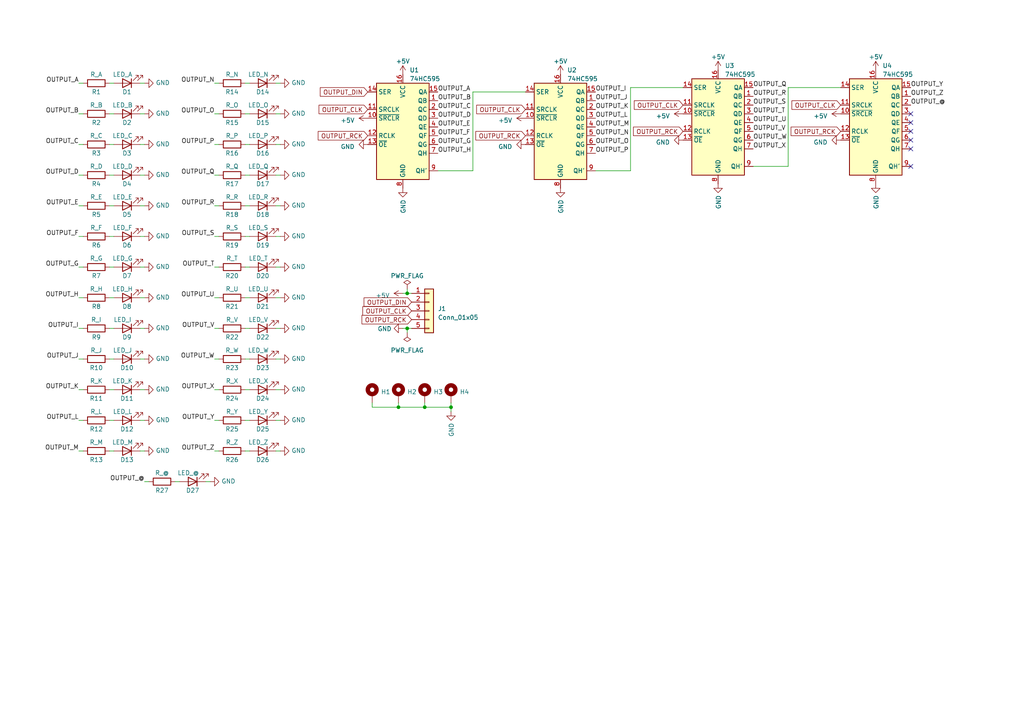
<source format=kicad_sch>
(kicad_sch (version 20220914) (generator eeschema)
  (paper "A4")
  (title_block (title "Enigma LED Panel") (company "Atelier Lyon"))
  (lib_symbols
    (symbol "74xx:74HC595"
      (property "Reference" "U" (at -7.62 13.97 0))
      (property "Value" "74HC595" (at -7.62 -16.51 0))
      (symbol "74HC595_1_0"
        (pin tri_state line (at 10.16 7.62 180) (length 2.54) (name "QB") (number "1"))
        (pin input line (at -10.16 2.54 0) (length 2.54) (name "~{SRCLR}") (number "10"))
        (pin input line (at -10.16 5.08 0) (length 2.54) (name "SRCLK") (number "11"))
        (pin input line (at -10.16 -2.54 0) (length 2.54) (name "RCLK") (number "12"))
        (pin input line (at -10.16 -5.08 0) (length 2.54) (name "~{OE}") (number "13"))
        (pin input line (at -10.16 10.16 0) (length 2.54) (name "SER") (number "14"))
        (pin tri_state line (at 10.16 10.16 180) (length 2.54) (name "QA") (number "15"))
        (pin power_in line (at 0 15.24 270) (length 2.54) (name "VCC") (number "16"))
        (pin tri_state line (at 10.16 5.08 180) (length 2.54) (name "QC") (number "2"))
        (pin tri_state line (at 10.16 2.54 180) (length 2.54) (name "QD") (number "3"))
        (pin tri_state line (at 10.16 0 180) (length 2.54) (name "QE") (number "4"))
        (pin tri_state line (at 10.16 -2.54 180) (length 2.54) (name "QF") (number "5"))
        (pin tri_state line (at 10.16 -5.08 180) (length 2.54) (name "QG") (number "6"))
        (pin tri_state line (at 10.16 -7.62 180) (length 2.54) (name "QH") (number "7"))
        (pin power_in line (at 0 -17.78 90) (length 2.54) (name "GND") (number "8"))
        (pin output line (at 10.16 -12.7 180) (length 2.54) (name "QH'") (number "9"))
      )
      (symbol "74HC595_1_1"
        (rectangle (start -7.62 12.7) (end 7.62 -15.24) (stroke (width 0.254)) (fill (type background)))
      )
    )
    (symbol "Connector_Generic:Conn_01x05" (pin_names (offset 1.016) hide)
      (property "Reference" "J" (at 0 7.62 0))
      (property "Value" "Conn_01x05" (at 0 -7.62 0))
      (symbol "Conn_01x05_1_1"
        (rectangle (start -1.27 -4.953) (end 0 -5.207) (stroke (width 0.1524)))
        (rectangle (start -1.27 -2.413) (end 0 -2.667) (stroke (width 0.1524)))
        (rectangle (start -1.27 0.127) (end 0 -0.127) (stroke (width 0.1524)))
        (rectangle (start -1.27 2.667) (end 0 2.413) (stroke (width 0.1524)))
        (rectangle (start -1.27 5.207) (end 0 4.953) (stroke (width 0.1524)))
        (rectangle (start -1.27 6.35) (end 1.27 -6.35) (stroke (width 0.254)) (fill (type background)))
        (pin passive line (at -5.08 5.08 0) (length 3.81) (name "Pin_1") (number "1"))
        (pin passive line (at -5.08 2.54 0) (length 3.81) (name "Pin_2") (number "2"))
        (pin passive line (at -5.08 0 0) (length 3.81) (name "Pin_3") (number "3"))
        (pin passive line (at -5.08 -2.54 0) (length 3.81) (name "Pin_4") (number "4"))
        (pin passive line (at -5.08 -5.08 0) (length 3.81) (name "Pin_5") (number "5"))
      )
    )
    (symbol "Device:LED" (pin_numbers hide) (pin_names (offset 1.016) hide)
      (property "Reference" "D" (at 0 2.54 0))
      (property "Value" "LED" (at 0 -2.54 0))
      (symbol "LED_0_1"
        (polyline (pts (xy -1.27 -1.27) (xy -1.27 1.27)) (stroke (width 0.254)))
        (polyline (pts (xy -1.27 0) (xy 1.27 0)))
        (polyline (pts (xy 1.27 -1.27) (xy 1.27 1.27) (xy -1.27 0) (xy 1.27 -1.27)) (stroke (width 0.254)))
        (polyline (pts (xy -3.048 -0.762) (xy -4.572 -2.286) (xy -3.81 -2.286) (xy -4.572 -2.286) (xy -4.572 -1.524)))
        (polyline (pts (xy -1.778 -0.762) (xy -3.302 -2.286) (xy -2.54 -2.286) (xy -3.302 -2.286) (xy -3.302 -1.524)))
      )
      (symbol "LED_1_1"
        (pin passive line (at -3.81 0 0) (length 2.54) (name "K") (number "1"))
        (pin passive line (at 3.81 0 180) (length 2.54) (name "A") (number "2"))
      )
    )
    (symbol "Device:R" (pin_numbers hide) (pin_names (offset 0))
      (property "Reference" "R" (at 2.032 0 90))
      (property "Value" "R" (at 0 0 90))
      (symbol "R_0_1"
        (rectangle (start -1.016 -2.54) (end 1.016 2.54) (stroke (width 0.254)))
      )
      (symbol "R_1_1"
        (pin passive line (at 0 3.81 270) (length 1.27) (name "~") (number "1"))
        (pin passive line (at 0 -3.81 90) (length 1.27) (name "~") (number "2"))
      )
    )
    (symbol "Mechanical:MountingHole_Pad" (pin_numbers hide) (pin_names (offset 1.016) hide)
      (property "Reference" "H" (at 0 6.35 0))
      (property "Value" "MountingHole_Pad" (at 0 4.445 0))
      (symbol "MountingHole_Pad_0_1"
        (circle (center 0 1.27) (radius 1.27) (stroke (width 1.27)))
      )
      (symbol "MountingHole_Pad_1_1"
        (pin input line (at 0 -2.54 90) (length 2.54) (name "1") (number "1"))
      )
    )
    (symbol "power:+5V" (power) (pin_names (offset 0))
      (property "Value" "+5V" (at 0 3.556 0))
      (symbol "+5V_0_1"
        (polyline (pts (xy -0.762 1.27) (xy 0 2.54)))
        (polyline (pts (xy 0 0) (xy 0 2.54)))
        (polyline (pts (xy 0 2.54) (xy 0.762 1.27)))
      )
      (symbol "+5V_1_1"
        (pin power_in line (at 0 0 90) (length 0) hide (name "+5V") (number "1"))
      )
    )
    (symbol "power:GND" (power) (pin_names (offset 0))
      (property "Value" "GND" (at 0 -3.81 0))
      (symbol "GND_0_1"
        (polyline (pts (xy 0 0) (xy 0 -1.27) (xy 1.27 -1.27) (xy 0 -2.54) (xy -1.27 -1.27) (xy 0 -1.27)))
      )
      (symbol "GND_1_1"
        (pin power_in line (at 0 0 270) (length 0) hide (name "GND") (number "1"))
      )
    )
    (symbol "power:PWR_FLAG" (power) (pin_numbers hide) (pin_names (offset 0) hide)
      (property "Value" "PWR_FLAG" (at 0 3.81 0))
      (symbol "PWR_FLAG_0_0"
        (pin power_out line (at 0 0 90) (length 0) (name "pwr") (number "1"))
      )
      (symbol "PWR_FLAG_0_1"
        (polyline (pts (xy 0 0) (xy 0 1.27) (xy -1.016 1.905) (xy 0 2.54) (xy 1.016 1.905) (xy 0 1.27)))
      )
    )
  )
  (junction (at 115.57 118.11))
  (junction (at 118.11 85.09))
  (junction (at 123.19 118.11))
  (junction (at 118.11 95.25))
  (junction (at 130.81 118.11))
  (no_connect (at 264.16 43.18))
  (no_connect (at 264.16 38.1))
  (no_connect (at 264.16 40.64))
  (no_connect (at 264.16 48.26))
  (no_connect (at 264.16 35.56))
  (no_connect (at 264.16 33.02))
  (wire (pts (xy 62.23 113.03) (xy 63.5 113.03)))
  (wire (pts (xy 60.96 139.7) (xy 59.69 139.7)))
  (wire (pts (xy 123.19 118.11) (xy 123.19 116.84)))
  (wire (pts (xy 22.86 130.81) (xy 24.13 130.81)))
  (wire (pts (xy 62.23 41.91) (xy 63.5 41.91)))
  (wire (pts (xy 22.86 104.14) (xy 24.13 104.14)))
  (wire (pts (xy 116.84 85.09) (xy 118.11 85.09)))
  (wire (pts (xy 71.12 113.03) (xy 72.39 113.03)))
  (wire (pts (xy 71.12 50.8) (xy 72.39 50.8)))
  (wire (pts (xy 107.95 118.11) (xy 115.57 118.11)))
  (wire (pts (xy 118.11 96.52) (xy 118.11 95.25)))
  (wire (pts (xy 62.23 50.8) (xy 63.5 50.8)))
  (wire (pts (xy 31.75 113.03) (xy 33.02 113.03)))
  (wire (pts (xy 31.75 104.14) (xy 33.02 104.14)))
  (wire (pts (xy 41.91 50.8) (xy 40.64 50.8)))
  (wire (pts (xy 81.28 33.02) (xy 80.01 33.02)))
  (wire (pts (xy 62.23 68.58) (xy 63.5 68.58)))
  (wire (pts (xy 81.28 86.36) (xy 80.01 86.36)))
  (wire (pts (xy 118.11 95.25) (xy 119.38 95.25)))
  (wire (pts (xy 71.12 104.14) (xy 72.39 104.14)))
  (wire (pts (xy 81.28 50.8) (xy 80.01 50.8)))
  (wire (pts (xy 50.8 139.7) (xy 52.07 139.7)))
  (wire (pts (xy 81.28 77.47) (xy 80.01 77.47)))
  (wire (pts (xy 31.75 41.91) (xy 33.02 41.91)))
  (wire (pts (xy 107.95 118.11) (xy 107.95 116.84)))
  (wire (pts (xy 22.86 77.47) (xy 24.13 77.47)))
  (wire (pts (xy 228.6 48.26) (xy 228.6 25.4)))
  (wire (pts (xy 41.91 41.91) (xy 40.64 41.91)))
  (wire (pts (xy 71.12 121.92) (xy 72.39 121.92)))
  (wire (pts (xy 137.16 26.67) (xy 152.4 26.67)))
  (wire (pts (xy 41.91 139.7) (xy 43.18 139.7)))
  (wire (pts (xy 41.91 113.03) (xy 40.64 113.03)))
  (wire (pts (xy 41.91 95.25) (xy 40.64 95.25)))
  (wire (pts (xy 81.28 121.92) (xy 80.01 121.92)))
  (wire (pts (xy 62.23 104.14) (xy 63.5 104.14)))
  (wire (pts (xy 71.12 33.02) (xy 72.39 33.02)))
  (wire (pts (xy 130.81 118.11) (xy 130.81 119.38)))
  (wire (pts (xy 182.88 25.4) (xy 182.88 49.53)))
  (wire (pts (xy 62.23 130.81) (xy 63.5 130.81)))
  (wire (pts (xy 41.91 59.69) (xy 40.64 59.69)))
  (wire (pts (xy 127 49.53) (xy 137.16 49.53)))
  (wire (pts (xy 81.28 104.14) (xy 80.01 104.14)))
  (wire (pts (xy 81.28 59.69) (xy 80.01 59.69)))
  (wire (pts (xy 81.28 41.91) (xy 80.01 41.91)))
  (wire (pts (xy 22.86 33.02) (xy 24.13 33.02)))
  (wire (pts (xy 116.84 95.25) (xy 118.11 95.25)))
  (wire (pts (xy 31.75 86.36) (xy 33.02 86.36)))
  (wire (pts (xy 62.23 77.47) (xy 63.5 77.47)))
  (wire (pts (xy 31.75 59.69) (xy 33.02 59.69)))
  (wire (pts (xy 22.86 68.58) (xy 24.13 68.58)))
  (wire (pts (xy 31.75 95.25) (xy 33.02 95.25)))
  (wire (pts (xy 71.12 68.58) (xy 72.39 68.58)))
  (wire (pts (xy 198.12 25.4) (xy 182.88 25.4)))
  (wire (pts (xy 71.12 77.47) (xy 72.39 77.47)))
  (wire (pts (xy 41.91 68.58) (xy 40.64 68.58)))
  (wire (pts (xy 71.12 95.25) (xy 72.39 95.25)))
  (wire (pts (xy 81.28 68.58) (xy 80.01 68.58)))
  (wire (pts (xy 22.86 59.69) (xy 24.13 59.69)))
  (wire (pts (xy 62.23 59.69) (xy 63.5 59.69)))
  (wire (pts (xy 228.6 25.4) (xy 243.84 25.4)))
  (wire (pts (xy 22.86 113.03) (xy 24.13 113.03)))
  (wire (pts (xy 62.23 24.13) (xy 63.5 24.13)))
  (wire (pts (xy 137.16 49.53) (xy 137.16 26.67)))
  (wire (pts (xy 71.12 130.81) (xy 72.39 130.81)))
  (wire (pts (xy 22.86 24.13) (xy 24.13 24.13)))
  (wire (pts (xy 22.86 121.92) (xy 24.13 121.92)))
  (wire (pts (xy 118.11 83.82) (xy 118.11 85.09)))
  (wire (pts (xy 115.57 118.11) (xy 115.57 116.84)))
  (wire (pts (xy 130.81 118.11) (xy 130.81 116.84)))
  (wire (pts (xy 22.86 41.91) (xy 24.13 41.91)))
  (wire (pts (xy 81.28 24.13) (xy 80.01 24.13)))
  (wire (pts (xy 31.75 130.81) (xy 33.02 130.81)))
  (wire (pts (xy 31.75 77.47) (xy 33.02 77.47)))
  (wire (pts (xy 41.91 24.13) (xy 40.64 24.13)))
  (wire (pts (xy 41.91 77.47) (xy 40.64 77.47)))
  (wire (pts (xy 182.88 49.53) (xy 172.72 49.53)))
  (wire (pts (xy 123.19 118.11) (xy 130.81 118.11)))
  (wire (pts (xy 81.28 113.03) (xy 80.01 113.03)))
  (wire (pts (xy 31.75 68.58) (xy 33.02 68.58)))
  (wire (pts (xy 62.23 95.25) (xy 63.5 95.25)))
  (wire (pts (xy 22.86 50.8) (xy 24.13 50.8)))
  (wire (pts (xy 22.86 86.36) (xy 24.13 86.36)))
  (wire (pts (xy 62.23 33.02) (xy 63.5 33.02)))
  (wire (pts (xy 71.12 24.13) (xy 72.39 24.13)))
  (wire (pts (xy 41.91 86.36) (xy 40.64 86.36)))
  (wire (pts (xy 218.44 48.26) (xy 228.6 48.26)))
  (wire (pts (xy 71.12 86.36) (xy 72.39 86.36)))
  (wire (pts (xy 31.75 121.92) (xy 33.02 121.92)))
  (wire (pts (xy 115.57 118.11) (xy 123.19 118.11)))
  (wire (pts (xy 81.28 95.25) (xy 80.01 95.25)))
  (wire (pts (xy 71.12 41.91) (xy 72.39 41.91)))
  (wire (pts (xy 62.23 86.36) (xy 63.5 86.36)))
  (wire (pts (xy 31.75 50.8) (xy 33.02 50.8)))
  (wire (pts (xy 62.23 121.92) (xy 63.5 121.92)))
  (wire (pts (xy 22.86 95.25) (xy 24.13 95.25)))
  (wire (pts (xy 31.75 33.02) (xy 33.02 33.02)))
  (wire (pts (xy 41.91 121.92) (xy 40.64 121.92)))
  (wire (pts (xy 31.75 24.13) (xy 33.02 24.13)))
  (wire (pts (xy 41.91 33.02) (xy 40.64 33.02)))
  (wire (pts (xy 41.91 104.14) (xy 40.64 104.14)))
  (wire (pts (xy 41.91 130.81) (xy 40.64 130.81)))
  (wire (pts (xy 81.28 130.81) (xy 80.01 130.81)))
  (wire (pts (xy 118.11 85.09) (xy 119.38 85.09)))
  (wire (pts (xy 71.12 59.69) (xy 72.39 59.69)))
  (label "OUTPUT_V" (at 62.23 95.25 180))
  (label "OUTPUT_I" (at 22.86 95.25 180))
  (label "OUTPUT_P" (at 172.72 44.45 0))
  (label "OUTPUT_O" (at 62.23 33.02 180))
  (label "OUTPUT_R" (at 218.44 27.94 0))
  (label "OUTPUT_C" (at 22.86 41.91 180))
  (label "OUTPUT_A" (at 22.86 24.13 180))
  (label "OUTPUT_V" (at 218.44 38.1 0))
  (label "OUTPUT_S" (at 218.44 30.48 0))
  (label "OUTPUT_U" (at 62.23 86.36 180))
  (label "OUTPUT_@" (at 41.91 139.7 180))
  (label "OUTPUT_F" (at 22.86 68.58 180))
  (label "OUTPUT_G" (at 22.86 77.47 180))
  (label "OUTPUT_U" (at 218.44 35.56 0))
  (label "OUTPUT_H" (at 22.86 86.36 180))
  (label "OUTPUT_W" (at 62.23 104.14 180))
  (label "OUTPUT_X" (at 62.23 113.03 180))
  (label "OUTPUT_C" (at 127 31.75 0))
  (label "OUTPUT_B" (at 22.86 33.02 180))
  (label "OUTPUT_M" (at 172.72 36.83 0))
  (label "OUTPUT_@" (at 264.16 30.48 0))
  (label "OUTPUT_Z" (at 62.23 130.81 180))
  (label "OUTPUT_L" (at 172.72 34.29 0))
  (label "OUTPUT_X" (at 218.44 43.18 0))
  (label "OUTPUT_K" (at 22.86 113.03 180))
  (label "OUTPUT_K" (at 172.72 31.75 0))
  (label "OUTPUT_W" (at 218.44 40.64 0))
  (label "OUTPUT_E" (at 127 36.83 0))
  (label "OUTPUT_T" (at 218.44 33.02 0))
  (label "OUTPUT_E" (at 22.86 59.69 180))
  (label "OUTPUT_Q" (at 218.44 25.4 0))
  (label "OUTPUT_N" (at 62.23 24.13 180))
  (label "OUTPUT_F" (at 127 39.37 0))
  (label "OUTPUT_O" (at 172.72 41.91 0))
  (label "OUTPUT_Z" (at 264.16 27.94 0))
  (label "OUTPUT_Q" (at 62.23 50.8 180))
  (label "OUTPUT_Y" (at 62.23 121.92 180))
  (label "OUTPUT_D" (at 127 34.29 0))
  (label "OUTPUT_P" (at 62.23 41.91 180))
  (label "OUTPUT_G" (at 127 41.91 0))
  (label "OUTPUT_T" (at 62.23 77.47 180))
  (label "OUTPUT_D" (at 22.86 50.8 180))
  (label "OUTPUT_J" (at 22.86 104.14 180))
  (label "OUTPUT_H" (at 127 44.45 0))
  (label "OUTPUT_I" (at 172.72 26.67 0))
  (label "OUTPUT_M" (at 22.86 130.81 180))
  (label "OUTPUT_N" (at 172.72 39.37 0))
  (label "OUTPUT_S" (at 62.23 68.58 180))
  (label "OUTPUT_J" (at 172.72 29.21 0))
  (label "OUTPUT_L" (at 22.86 121.92 180))
  (label "OUTPUT_A" (at 127 26.67 0))
  (label "OUTPUT_R" (at 62.23 59.69 180))
  (label "OUTPUT_B" (at 127 29.21 0))
  (label "OUTPUT_Y" (at 264.16 25.4 0))
  (global_label "OUTPUT_RCK" (shape input) (at 198.12 38.1 180) (property "Intersheetrefs" "${INTERSHEET_REFS}" (effects hide)))
  (global_label "OUTPUT_DIN" (shape input) (at 119.38 87.63 180) (property "Intersheetrefs" "${INTERSHEET_REFS}" (effects hide)))
  (global_label "OUTPUT_CLK" (shape input) (at 152.4 31.75 180) (property "Intersheetrefs" "${INTERSHEET_REFS}" (effects hide)))
  (global_label "OUTPUT_RCK" (shape input) (at 119.38 92.71 180) (property "Intersheetrefs" "${INTERSHEET_REFS}" (effects hide)))
  (global_label "OUTPUT_CLK" (shape input) (at 106.68 31.75 180) (property "Intersheetrefs" "${INTERSHEET_REFS}" (effects hide)))
  (global_label "OUTPUT_CLK" (shape input) (at 119.38 90.17 180) (property "Intersheetrefs" "${INTERSHEET_REFS}" (effects hide)))
  (global_label "OUTPUT_DIN" (shape input) (at 106.68 26.67 180) (property "Intersheetrefs" "${INTERSHEET_REFS}" (effects hide)))
  (global_label "OUTPUT_RCK" (shape input) (at 106.68 39.37 180) (property "Intersheetrefs" "${INTERSHEET_REFS}" (effects hide)))
  (global_label "OUTPUT_RCK" (shape input) (at 152.4 39.37 180) (property "Intersheetrefs" "${INTERSHEET_REFS}" (effects hide)))
  (global_label "OUTPUT_CLK" (shape input) (at 198.12 30.48 180) (property "Intersheetrefs" "${INTERSHEET_REFS}" (effects hide)))
  (global_label "OUTPUT_CLK" (shape input) (at 243.84 30.48 180) (property "Intersheetrefs" "${INTERSHEET_REFS}" (effects hide)))
  (global_label "OUTPUT_RCK" (shape input) (at 243.84 38.1 180) (property "Intersheetrefs" "${INTERSHEET_REFS}" (effects hide)))
  (symbol (lib_id "Device:R") (at 27.94 24.13 270) (unit 1)
    (default_instance (reference "") (unit 1) (value "") (footprint ""))
    (property "Reference" "R1" (at 27.94 26.67 90))
    (property "Value" "R_A" (at 27.94 21.59 90))
    (property "Footprint" "Resistor_THT:R_Axial_DIN0207_L6.3mm_D2.5mm_P10.16mm_Horizontal" (effects hide))
  )
  (symbol (lib_id "Device:LED") (at 36.83 24.13 180) (unit 1)
    (default_instance (reference "") (unit 1) (value "") (footprint ""))
    (property "Reference" "D1" (at 36.83 26.67 0))
    (property "Value" "LED_A" (at 35.56 21.59 0))
    (property "Footprint" "LED_THT:LED_D4.0mm" (effects hide))
  )
  (symbol (lib_id "power:GND") (at 41.91 24.13 90) (unit 1)
    (default_instance (reference "") (unit 1) (value "") (footprint ""))
    (property "Reference" "#PWR01" (effects hide))
    (property "Value" "GND" (at 45.1612 24.003 90) (effects (justify right)))
  )
  (symbol (lib_id "power:GND") (at 41.91 130.81 90) (unit 1)
    (default_instance (reference "") (unit 1) (value "") (footprint ""))
    (property "Reference" "#PWR013" (effects hide))
    (property "Value" "GND" (at 45.1612 130.683 90) (effects (justify right)))
  )
  (symbol (lib_id "Device:R") (at 67.31 33.02 270) (unit 1)
    (default_instance (reference "") (unit 1) (value "") (footprint ""))
    (property "Reference" "R15" (at 67.31 35.56 90))
    (property "Value" "R_O" (at 67.31 30.48 90))
    (property "Footprint" "Resistor_THT:R_Axial_DIN0207_L6.3mm_D2.5mm_P10.16mm_Horizontal" (effects hide))
  )
  (symbol (lib_id "power:+5V") (at 116.84 85.09 90) (unit 1)
    (default_instance (reference "#PWR?") (unit 1) (value "+5V") (footprint ""))
    (property "Reference" "#PWR0108" (effects hide))
    (property "Value" "+5V" (at 113.03 85.725 90) (effects (justify left)))
  )
  (symbol (lib_id "Device:R") (at 67.31 77.47 270) (unit 1)
    (default_instance (reference "") (unit 1) (value "") (footprint ""))
    (property "Reference" "R20" (at 67.31 80.01 90))
    (property "Value" "R_T" (at 67.31 74.93 90))
    (property "Footprint" "Resistor_THT:R_Axial_DIN0207_L6.3mm_D2.5mm_P10.16mm_Horizontal" (effects hide))
  )
  (symbol (lib_id "Device:LED") (at 76.2 24.13 180) (unit 1)
    (default_instance (reference "") (unit 1) (value "") (footprint ""))
    (property "Reference" "D14" (at 76.2 26.67 0))
    (property "Value" "LED_N" (at 74.93 21.59 0))
    (property "Footprint" "LED_THT:LED_D4.0mm" (effects hide))
  )
  (symbol (lib_id "Device:LED") (at 76.2 121.92 180) (unit 1)
    (default_instance (reference "") (unit 1) (value "") (footprint ""))
    (property "Reference" "D25" (at 76.2 124.46 0))
    (property "Value" "LED_Y" (at 74.93 119.38 0))
    (property "Footprint" "LED_THT:LED_D4.0mm" (effects hide))
  )
  (symbol (lib_id "Device:R") (at 27.94 95.25 270) (unit 1)
    (default_instance (reference "") (unit 1) (value "") (footprint ""))
    (property "Reference" "R9" (at 27.94 97.79 90))
    (property "Value" "R_I" (at 27.94 92.71 90))
    (property "Footprint" "Resistor_THT:R_Axial_DIN0207_L6.3mm_D2.5mm_P10.16mm_Horizontal" (effects hide))
  )
  (symbol (lib_id "power:GND") (at 41.91 121.92 90) (unit 1)
    (default_instance (reference "") (unit 1) (value "") (footprint ""))
    (property "Reference" "#PWR012" (effects hide))
    (property "Value" "GND" (at 45.1612 121.793 90) (effects (justify right)))
  )
  (symbol (lib_id "Device:R") (at 67.31 24.13 270) (unit 1)
    (default_instance (reference "") (unit 1) (value "") (footprint ""))
    (property "Reference" "R14" (at 67.31 26.67 90))
    (property "Value" "R_N" (at 67.31 21.59 90))
    (property "Footprint" "Resistor_THT:R_Axial_DIN0207_L6.3mm_D2.5mm_P10.16mm_Horizontal" (effects hide))
  )
  (symbol (lib_id "power:GND") (at 41.91 68.58 90) (unit 1)
    (default_instance (reference "") (unit 1) (value "") (footprint ""))
    (property "Reference" "#PWR06" (effects hide))
    (property "Value" "GND" (at 45.1612 68.453 90) (effects (justify right)))
  )
  (symbol (lib_id "Device:R") (at 67.31 41.91 270) (unit 1)
    (default_instance (reference "") (unit 1) (value "") (footprint ""))
    (property "Reference" "R16" (at 67.31 44.45 90))
    (property "Value" "R_P" (at 67.31 39.37 90))
    (property "Footprint" "Resistor_THT:R_Axial_DIN0207_L6.3mm_D2.5mm_P10.16mm_Horizontal" (effects hide))
  )
  (symbol (lib_id "Device:LED") (at 36.83 130.81 180) (unit 1)
    (default_instance (reference "") (unit 1) (value "") (footprint ""))
    (property "Reference" "D13" (at 36.83 133.35 0))
    (property "Value" "LED_M" (at 35.56 128.27 0))
    (property "Footprint" "LED_THT:LED_D4.0mm" (effects hide))
  )
  (symbol (lib_id "Device:R") (at 27.94 59.69 270) (unit 1)
    (default_instance (reference "") (unit 1) (value "") (footprint ""))
    (property "Reference" "R5" (at 27.94 62.23 90))
    (property "Value" "R_E" (at 27.94 57.15 90))
    (property "Footprint" "Resistor_THT:R_Axial_DIN0207_L6.3mm_D2.5mm_P10.16mm_Horizontal" (effects hide))
  )
  (symbol (lib_id "power:GND") (at 41.91 77.47 90) (unit 1)
    (default_instance (reference "") (unit 1) (value "") (footprint ""))
    (property "Reference" "#PWR07" (effects hide))
    (property "Value" "GND" (at 45.1612 77.343 90) (effects (justify right)))
  )
  (symbol (lib_id "power:+5V") (at 208.28 20.32 0) (unit 1)
    (default_instance (reference "#PWR?") (unit 1) (value "+5V") (footprint ""))
    (property "Reference" "#PWR0118" (effects hide))
    (property "Value" "+5V" (at 208.28 16.51 0))
  )
  (symbol (lib_id "power:GND") (at 81.28 130.81 90) (unit 1)
    (default_instance (reference "") (unit 1) (value "") (footprint ""))
    (property "Reference" "#PWR026" (effects hide))
    (property "Value" "GND" (at 84.5312 130.683 90) (effects (justify right)))
  )
  (symbol (lib_id "power:GND") (at 81.28 50.8 90) (unit 1)
    (default_instance (reference "") (unit 1) (value "") (footprint ""))
    (property "Reference" "#PWR017" (effects hide))
    (property "Value" "GND" (at 84.5312 50.673 90) (effects (justify right)))
  )
  (symbol (lib_id "power:+5V") (at 152.4 34.29 90) (unit 1)
    (default_instance (reference "#PWR?") (unit 1) (value "+5V") (footprint ""))
    (property "Reference" "#PWR0112" (effects hide))
    (property "Value" "+5V" (at 148.59 34.925 90) (effects (justify left)))
  )
  (symbol (lib_id "power:+5V") (at 198.12 33.02 90) (unit 1)
    (default_instance (reference "#PWR?") (unit 1) (value "+5V") (footprint ""))
    (property "Reference" "#PWR0106" (effects hide))
    (property "Value" "+5V" (at 194.31 33.655 90) (effects (justify left)))
  )
  (symbol (lib_id "power:GND") (at 81.28 68.58 90) (unit 1)
    (default_instance (reference "") (unit 1) (value "") (footprint ""))
    (property "Reference" "#PWR019" (effects hide))
    (property "Value" "GND" (at 84.5312 68.453 90) (effects (justify right)))
  )
  (symbol (lib_id "Device:R") (at 27.94 113.03 270) (unit 1)
    (default_instance (reference "") (unit 1) (value "") (footprint ""))
    (property "Reference" "R11" (at 27.94 115.57 90))
    (property "Value" "R_K" (at 27.94 110.49 90))
    (property "Footprint" "Resistor_THT:R_Axial_DIN0207_L6.3mm_D2.5mm_P10.16mm_Horizontal" (effects hide))
  )
  (symbol (lib_id "Device:R") (at 67.31 121.92 270) (unit 1)
    (default_instance (reference "") (unit 1) (value "") (footprint ""))
    (property "Reference" "R25" (at 67.31 124.46 90))
    (property "Value" "R_Y" (at 67.31 119.38 90))
    (property "Footprint" "Resistor_THT:R_Axial_DIN0207_L6.3mm_D2.5mm_P10.16mm_Horizontal" (effects hide))
  )
  (symbol (lib_id "Device:LED") (at 36.83 59.69 180) (unit 1)
    (default_instance (reference "") (unit 1) (value "") (footprint ""))
    (property "Reference" "D5" (at 36.83 62.23 0))
    (property "Value" "LED_E" (at 35.56 57.15 0))
    (property "Footprint" "LED_THT:LED_D4.0mm" (effects hide))
  )
  (symbol (lib_id "Mechanical:MountingHole_Pad") (at 123.19 114.3 0) (unit 1)
    (default_instance (reference "H1") (unit 1) (value "MountingHole_Pad") (footprint ""))
    (property "Reference" "H3" (at 125.73 113.665 0) (effects (justify left)))
    (property "Value" "MountingHole_Pad" (effects hide))
    (property "Footprint" "MountingHole:MountingHole_4.3mm_M4_DIN965_Pad" (effects hide))
  )
  (symbol (lib_id "74xx:74HC595") (at 254 35.56 0) (unit 1)
    (default_instance (reference "U1") (unit 1) (value "74HC595") (footprint "Package_DIP:DIP-16_W7.62mm"))
    (property "Reference" "U4" (at 255.9559 19.05 0) (effects (justify left)))
    (property "Value" "74HC595" (at 255.9559 21.59 0) (effects (justify left)))
    (property "Footprint" "Package_DIP:DIP-16_W7.62mm" (effects hide))
    (property "Datasheet" "http://www.ti.com/lit/ds/symlink/sn74hc595.pdf" (effects hide))
  )
  (symbol (lib_id "power:PWR_FLAG") (at 118.11 83.82 0) (unit 1)
    (default_instance (reference "#FLG?") (unit 1) (value "PWR_FLAG") (footprint ""))
    (property "Reference" "#FLG0101" (effects hide))
    (property "Value" "PWR_FLAG" (at 118.11 80.01 0))
  )
  (symbol (lib_id "power:GND") (at 81.28 41.91 90) (unit 1)
    (default_instance (reference "") (unit 1) (value "") (footprint ""))
    (property "Reference" "#PWR016" (effects hide))
    (property "Value" "GND" (at 84.5312 41.783 90) (effects (justify right)))
  )
  (symbol (lib_id "Connector_Generic:Conn_01x05") (at 124.46 90.17 0) (unit 1)
    (default_instance (reference "J1") (unit 1) (value "Conn_01x05") (footprint ""))
    (property "Reference" "J1" (at 127 89.535 0) (effects (justify left)))
    (property "Value" "Conn_01x05" (at 127 92.075 0) (effects (justify left)))
    (property "Footprint" "Connector_JST:JST_XH_B5B-XH-A_1x05_P2.50mm_Vertical" (effects hide))
  )
  (symbol (lib_id "Device:LED") (at 76.2 68.58 180) (unit 1)
    (default_instance (reference "") (unit 1) (value "") (footprint ""))
    (property "Reference" "D19" (at 76.2 71.12 0))
    (property "Value" "LED_S" (at 74.93 66.04 0))
    (property "Footprint" "LED_THT:LED_D4.0mm" (effects hide))
  )
  (symbol (lib_id "power:GND") (at 81.28 113.03 90) (unit 1)
    (default_instance (reference "") (unit 1) (value "") (footprint ""))
    (property "Reference" "#PWR024" (effects hide))
    (property "Value" "GND" (at 84.5312 112.903 90) (effects (justify right)))
  )
  (symbol (lib_id "Mechanical:MountingHole_Pad") (at 107.95 114.3 0) (unit 1)
    (default_instance (reference "H1") (unit 1) (value "MountingHole_Pad") (footprint ""))
    (property "Reference" "H1" (at 110.49 113.665 0) (effects (justify left)))
    (property "Value" "MountingHole_Pad" (effects hide))
    (property "Footprint" "MountingHole:MountingHole_4.3mm_M4_DIN965_Pad" (effects hide))
  )
  (symbol (lib_id "Device:R") (at 27.94 33.02 270) (unit 1)
    (default_instance (reference "") (unit 1) (value "") (footprint ""))
    (property "Reference" "R2" (at 27.94 35.56 90))
    (property "Value" "R_B" (at 27.94 30.48 90))
    (property "Footprint" "Resistor_THT:R_Axial_DIN0207_L6.3mm_D2.5mm_P10.16mm_Horizontal" (effects hide))
  )
  (symbol (lib_id "power:PWR_FLAG") (at 118.11 96.52 180) (unit 1)
    (default_instance (reference "#FLG?") (unit 1) (value "PWR_FLAG") (footprint ""))
    (property "Reference" "#FLG0102" (effects hide))
    (property "Value" "PWR_FLAG" (at 118.11 101.6 0))
  )
  (symbol (lib_id "power:GND") (at 116.84 95.25 270) (unit 1)
    (default_instance (reference "") (unit 1) (value "") (footprint ""))
    (property "Reference" "#PWR0119" (effects hide))
    (property "Value" "GND" (at 113.5888 95.377 90) (effects (justify right)))
  )
  (symbol (lib_id "Device:LED") (at 55.88 139.7 180) (unit 1)
    (default_instance (reference "") (unit 1) (value "") (footprint ""))
    (property "Reference" "D27" (at 55.88 142.24 0))
    (property "Value" "LED_@" (at 54.61 137.16 0))
    (property "Footprint" "LED_THT:LED_D4.0mm" (effects hide))
  )
  (symbol (lib_id "power:GND") (at 81.28 59.69 90) (unit 1)
    (default_instance (reference "") (unit 1) (value "") (footprint ""))
    (property "Reference" "#PWR018" (effects hide))
    (property "Value" "GND" (at 84.5312 59.563 90) (effects (justify right)))
  )
  (symbol (lib_id "power:GND") (at 198.12 40.64 270) (unit 1)
    (default_instance (reference "#PWR?") (unit 1) (value "GND") (footprint ""))
    (property "Reference" "#PWR0107" (effects hide))
    (property "Value" "GND" (at 194.31 41.275 90) (effects (justify right)))
  )
  (symbol (lib_id "power:GND") (at 162.56 54.61 0) (unit 1)
    (default_instance (reference "") (unit 1) (value "") (footprint ""))
    (property "Reference" "#PWR014" (effects hide))
    (property "Value" "GND" (at 162.687 57.8612 90) (effects (justify right)))
  )
  (symbol (lib_id "Device:LED") (at 76.2 104.14 180) (unit 1)
    (default_instance (reference "") (unit 1) (value "") (footprint ""))
    (property "Reference" "D23" (at 76.2 106.68 0))
    (property "Value" "LED_W" (at 74.93 101.6 0))
    (property "Footprint" "LED_THT:LED_D4.0mm" (effects hide))
  )
  (symbol (lib_id "Device:R") (at 27.94 86.36 270) (unit 1)
    (default_instance (reference "") (unit 1) (value "") (footprint ""))
    (property "Reference" "R8" (at 27.94 88.9 90))
    (property "Value" "R_H" (at 27.94 83.82 90))
    (property "Footprint" "Resistor_THT:R_Axial_DIN0207_L6.3mm_D2.5mm_P10.16mm_Horizontal" (effects hide))
  )
  (symbol (lib_id "74xx:74HC595") (at 162.56 36.83 0) (unit 1)
    (default_instance (reference "U1") (unit 1) (value "74HC595") (footprint "Package_DIP:DIP-16_W7.62mm"))
    (property "Reference" "U2" (at 164.5159 20.32 0) (effects (justify left)))
    (property "Value" "74HC595" (at 164.5159 22.86 0) (effects (justify left)))
    (property "Footprint" "Package_DIP:DIP-16_W7.62mm" (effects hide))
    (property "Datasheet" "http://www.ti.com/lit/ds/symlink/sn74hc595.pdf" (effects hide))
  )
  (symbol (lib_id "Device:LED") (at 36.83 86.36 180) (unit 1)
    (default_instance (reference "") (unit 1) (value "") (footprint ""))
    (property "Reference" "D8" (at 36.83 88.9 0))
    (property "Value" "LED_H" (at 35.56 83.82 0))
    (property "Footprint" "LED_THT:LED_D4.0mm" (effects hide))
  )
  (symbol (lib_id "Device:LED") (at 76.2 86.36 180) (unit 1)
    (default_instance (reference "") (unit 1) (value "") (footprint ""))
    (property "Reference" "D21" (at 76.2 88.9 0))
    (property "Value" "LED_U" (at 74.93 83.82 0))
    (property "Footprint" "LED_THT:LED_D4.0mm" (effects hide))
  )
  (symbol (lib_id "74xx:74HC595") (at 208.28 35.56 0) (unit 1)
    (default_instance (reference "U1") (unit 1) (value "74HC595") (footprint "Package_DIP:DIP-16_W7.62mm"))
    (property "Reference" "U3" (at 210.2359 19.05 0) (effects (justify left)))
    (property "Value" "74HC595" (at 210.2359 21.59 0) (effects (justify left)))
    (property "Footprint" "Package_DIP:DIP-16_W7.62mm" (effects hide))
    (property "Datasheet" "http://www.ti.com/lit/ds/symlink/sn74hc595.pdf" (effects hide))
  )
  (symbol (lib_id "power:GND") (at 60.96 139.7 90) (unit 1)
    (default_instance (reference "") (unit 1) (value "") (footprint ""))
    (property "Reference" "#PWR026" (effects hide))
    (property "Value" "GND" (at 64.2112 139.573 90) (effects (justify right)))
  )
  (symbol (lib_id "power:GND") (at 41.91 50.8 90) (unit 1)
    (default_instance (reference "") (unit 1) (value "") (footprint ""))
    (property "Reference" "#PWR04" (effects hide))
    (property "Value" "GND" (at 45.1612 50.673 90) (effects (justify right)))
  )
  (symbol (lib_id "Device:R") (at 67.31 59.69 270) (unit 1)
    (default_instance (reference "") (unit 1) (value "") (footprint ""))
    (property "Reference" "R18" (at 67.31 62.23 90))
    (property "Value" "R_R" (at 67.31 57.15 90))
    (property "Footprint" "Resistor_THT:R_Axial_DIN0207_L6.3mm_D2.5mm_P10.16mm_Horizontal" (effects hide))
  )
  (symbol (lib_id "power:GND") (at 41.91 59.69 90) (unit 1)
    (default_instance (reference "") (unit 1) (value "") (footprint ""))
    (property "Reference" "#PWR05" (effects hide))
    (property "Value" "GND" (at 45.1612 59.563 90) (effects (justify right)))
  )
  (symbol (lib_id "power:GND") (at 208.28 53.34 0) (unit 1)
    (default_instance (reference "") (unit 1) (value "") (footprint ""))
    (property "Reference" "#PWR0104" (effects hide))
    (property "Value" "GND" (at 208.407 56.5912 90) (effects (justify right)))
  )
  (symbol (lib_id "Device:LED") (at 36.83 33.02 180) (unit 1)
    (default_instance (reference "") (unit 1) (value "") (footprint ""))
    (property "Reference" "D2" (at 36.83 35.56 0))
    (property "Value" "LED_B" (at 35.56 30.48 0))
    (property "Footprint" "LED_THT:LED_D4.0mm" (effects hide))
  )
  (symbol (lib_id "power:GND") (at 254 53.34 0) (unit 1)
    (default_instance (reference "") (unit 1) (value "") (footprint ""))
    (property "Reference" "#PWR0109" (effects hide))
    (property "Value" "GND" (at 254.127 56.5912 90) (effects (justify right)))
  )
  (symbol (lib_id "power:GND") (at 81.28 33.02 90) (unit 1)
    (default_instance (reference "") (unit 1) (value "") (footprint ""))
    (property "Reference" "#PWR015" (effects hide))
    (property "Value" "GND" (at 84.5312 32.893 90) (effects (justify right)))
  )
  (symbol (lib_id "Device:LED") (at 76.2 50.8 180) (unit 1)
    (default_instance (reference "") (unit 1) (value "") (footprint ""))
    (property "Reference" "D17" (at 76.2 53.34 0))
    (property "Value" "LED_Q" (at 74.93 48.26 0))
    (property "Footprint" "LED_THT:LED_D4.0mm" (effects hide))
  )
  (symbol (lib_id "Device:R") (at 67.31 86.36 270) (unit 1)
    (default_instance (reference "") (unit 1) (value "") (footprint ""))
    (property "Reference" "R21" (at 67.31 88.9 90))
    (property "Value" "R_U" (at 67.31 83.82 90))
    (property "Footprint" "Resistor_THT:R_Axial_DIN0207_L6.3mm_D2.5mm_P10.16mm_Horizontal" (effects hide))
  )
  (symbol (lib_id "Device:R") (at 67.31 68.58 270) (unit 1)
    (default_instance (reference "") (unit 1) (value "") (footprint ""))
    (property "Reference" "R19" (at 67.31 71.12 90))
    (property "Value" "R_S" (at 67.31 66.04 90))
    (property "Footprint" "Resistor_THT:R_Axial_DIN0207_L6.3mm_D2.5mm_P10.16mm_Horizontal" (effects hide))
  )
  (symbol (lib_id "Device:R") (at 27.94 68.58 270) (unit 1)
    (default_instance (reference "") (unit 1) (value "") (footprint ""))
    (property "Reference" "R6" (at 27.94 71.12 90))
    (property "Value" "R_F" (at 27.94 66.04 90))
    (property "Footprint" "Resistor_THT:R_Axial_DIN0207_L6.3mm_D2.5mm_P10.16mm_Horizontal" (effects hide))
  )
  (symbol (lib_id "Device:R") (at 27.94 41.91 270) (unit 1)
    (default_instance (reference "") (unit 1) (value "") (footprint ""))
    (property "Reference" "R3" (at 27.94 44.45 90))
    (property "Value" "R_C" (at 27.94 39.37 90))
    (property "Footprint" "Resistor_THT:R_Axial_DIN0207_L6.3mm_D2.5mm_P10.16mm_Horizontal" (effects hide))
  )
  (symbol (lib_id "power:GND") (at 81.28 77.47 90) (unit 1)
    (default_instance (reference "") (unit 1) (value "") (footprint ""))
    (property "Reference" "#PWR020" (effects hide))
    (property "Value" "GND" (at 84.5312 77.343 90) (effects (justify right)))
  )
  (symbol (lib_id "power:+5V") (at 116.84 21.59 0) (unit 1)
    (default_instance (reference "#PWR?") (unit 1) (value "+5V") (footprint ""))
    (property "Reference" "#PWR0110" (effects hide))
    (property "Value" "+5V" (at 116.84 17.78 0))
  )
  (symbol (lib_id "Device:R") (at 27.94 121.92 270) (unit 1)
    (default_instance (reference "") (unit 1) (value "") (footprint ""))
    (property "Reference" "R12" (at 27.94 124.46 90))
    (property "Value" "R_L" (at 27.94 119.38 90))
    (property "Footprint" "Resistor_THT:R_Axial_DIN0207_L6.3mm_D2.5mm_P10.16mm_Horizontal" (effects hide))
  )
  (symbol (lib_id "Device:LED") (at 76.2 41.91 180) (unit 1)
    (default_instance (reference "") (unit 1) (value "") (footprint ""))
    (property "Reference" "D16" (at 76.2 44.45 0))
    (property "Value" "LED_P" (at 74.93 39.37 0))
    (property "Footprint" "LED_THT:LED_D4.0mm" (effects hide))
  )
  (symbol (lib_id "power:GND") (at 81.28 86.36 90) (unit 1)
    (default_instance (reference "") (unit 1) (value "") (footprint ""))
    (property "Reference" "#PWR021" (effects hide))
    (property "Value" "GND" (at 84.5312 86.233 90) (effects (justify right)))
  )
  (symbol (lib_id "Device:R") (at 46.99 139.7 270) (unit 1)
    (default_instance (reference "") (unit 1) (value "") (footprint ""))
    (property "Reference" "R27" (at 46.99 142.24 90))
    (property "Value" "R_@" (at 46.99 137.16 90))
    (property "Footprint" "Resistor_THT:R_Axial_DIN0207_L6.3mm_D2.5mm_P10.16mm_Horizontal" (effects hide))
  )
  (symbol (lib_id "Device:LED") (at 36.83 95.25 180) (unit 1)
    (default_instance (reference "") (unit 1) (value "") (footprint ""))
    (property "Reference" "D9" (at 36.83 97.79 0))
    (property "Value" "LED_I" (at 35.56 92.71 0))
    (property "Footprint" "LED_THT:LED_D4.0mm" (effects hide))
  )
  (symbol (lib_id "Device:R") (at 27.94 130.81 270) (unit 1)
    (default_instance (reference "") (unit 1) (value "") (footprint ""))
    (property "Reference" "R13" (at 27.94 133.35 90))
    (property "Value" "R_M" (at 27.94 128.27 90))
    (property "Footprint" "Resistor_THT:R_Axial_DIN0207_L6.3mm_D2.5mm_P10.16mm_Horizontal" (effects hide))
  )
  (symbol (lib_id "Device:LED") (at 36.83 50.8 180) (unit 1)
    (default_instance (reference "") (unit 1) (value "") (footprint ""))
    (property "Reference" "D4" (at 36.83 53.34 0))
    (property "Value" "LED_D" (at 35.56 48.26 0))
    (property "Footprint" "LED_THT:LED_D4.0mm" (effects hide))
  )
  (symbol (lib_id "power:GND") (at 81.28 95.25 90) (unit 1)
    (default_instance (reference "") (unit 1) (value "") (footprint ""))
    (property "Reference" "#PWR022" (effects hide))
    (property "Value" "GND" (at 84.5312 95.123 90) (effects (justify right)))
  )
  (symbol (lib_id "power:GND") (at 116.84 54.61 0) (unit 1)
    (default_instance (reference "") (unit 1) (value "") (footprint ""))
    (property "Reference" "#PWR0111" (effects hide))
    (property "Value" "GND" (at 116.967 57.8612 90) (effects (justify right)))
  )
  (symbol (lib_id "power:GND") (at 41.91 104.14 90) (unit 1)
    (default_instance (reference "") (unit 1) (value "") (footprint ""))
    (property "Reference" "#PWR010" (effects hide))
    (property "Value" "GND" (at 45.1612 104.013 90) (effects (justify right)))
  )
  (symbol (lib_id "Device:LED") (at 36.83 104.14 180) (unit 1)
    (default_instance (reference "") (unit 1) (value "") (footprint ""))
    (property "Reference" "D10" (at 36.83 106.68 0))
    (property "Value" "LED_J" (at 35.56 101.6 0))
    (property "Footprint" "LED_THT:LED_D4.0mm" (effects hide))
  )
  (symbol (lib_id "power:GND") (at 41.91 95.25 90) (unit 1)
    (default_instance (reference "") (unit 1) (value "") (footprint ""))
    (property "Reference" "#PWR09" (effects hide))
    (property "Value" "GND" (at 45.1612 95.123 90) (effects (justify right)))
  )
  (symbol (lib_id "power:GND") (at 41.91 33.02 90) (unit 1)
    (default_instance (reference "") (unit 1) (value "") (footprint ""))
    (property "Reference" "#PWR02" (effects hide))
    (property "Value" "GND" (at 45.1612 32.893 90) (effects (justify right)))
  )
  (symbol (lib_id "Device:LED") (at 36.83 121.92 180) (unit 1)
    (default_instance (reference "") (unit 1) (value "") (footprint ""))
    (property "Reference" "D12" (at 36.83 124.46 0))
    (property "Value" "LED_L" (at 35.56 119.38 0))
    (property "Footprint" "LED_THT:LED_D4.0mm" (effects hide))
  )
  (symbol (lib_id "Mechanical:MountingHole_Pad") (at 115.57 114.3 0) (unit 1)
    (default_instance (reference "H1") (unit 1) (value "MountingHole_Pad") (footprint ""))
    (property "Reference" "H2" (at 118.11 113.665 0) (effects (justify left)))
    (property "Value" "MountingHole_Pad" (effects hide))
    (property "Footprint" "MountingHole:MountingHole_4.3mm_M4_DIN965_Pad" (effects hide))
  )
  (symbol (lib_id "power:GND") (at 243.84 40.64 270) (unit 1)
    (default_instance (reference "#PWR?") (unit 1) (value "GND") (footprint ""))
    (property "Reference" "#PWR0102" (effects hide))
    (property "Value" "GND" (at 240.03 41.275 90) (effects (justify right)))
  )
  (symbol (lib_id "Device:R") (at 67.31 104.14 270) (unit 1)
    (default_instance (reference "") (unit 1) (value "") (footprint ""))
    (property "Reference" "R23" (at 67.31 106.68 90))
    (property "Value" "R_W" (at 67.31 101.6 90))
    (property "Footprint" "Resistor_THT:R_Axial_DIN0207_L6.3mm_D2.5mm_P10.16mm_Horizontal" (effects hide))
  )
  (symbol (lib_id "Device:LED") (at 36.83 68.58 180) (unit 1)
    (default_instance (reference "") (unit 1) (value "") (footprint ""))
    (property "Reference" "D6" (at 36.83 71.12 0))
    (property "Value" "LED_F" (at 35.56 66.04 0))
    (property "Footprint" "LED_THT:LED_D4.0mm" (effects hide))
  )
  (symbol (lib_id "Device:LED") (at 36.83 77.47 180) (unit 1)
    (default_instance (reference "") (unit 1) (value "") (footprint ""))
    (property "Reference" "D7" (at 36.83 80.01 0))
    (property "Value" "LED_G" (at 35.56 74.93 0))
    (property "Footprint" "LED_THT:LED_D4.0mm" (effects hide))
  )
  (symbol (lib_id "power:+5V") (at 162.56 21.59 0) (unit 1)
    (default_instance (reference "#PWR?") (unit 1) (value "+5V") (footprint ""))
    (property "Reference" "#PWR0105" (effects hide))
    (property "Value" "+5V" (at 162.56 17.78 0))
  )
  (symbol (lib_id "74xx:74HC595") (at 116.84 36.83 0) (unit 1)
    (default_instance (reference "U1") (unit 1) (value "74HC595") (footprint "Package_DIP:DIP-16_W7.62mm"))
    (property "Reference" "U1" (at 118.7959 20.32 0) (effects (justify left)))
    (property "Value" "74HC595" (at 118.7959 22.86 0) (effects (justify left)))
    (property "Footprint" "Package_DIP:DIP-16_W7.62mm" (effects hide))
    (property "Datasheet" "http://www.ti.com/lit/ds/symlink/sn74hc595.pdf" (effects hide))
  )
  (symbol (lib_id "power:GND") (at 41.91 113.03 90) (unit 1)
    (default_instance (reference "") (unit 1) (value "") (footprint ""))
    (property "Reference" "#PWR011" (effects hide))
    (property "Value" "GND" (at 45.1612 112.903 90) (effects (justify right)))
  )
  (symbol (lib_id "power:+5V") (at 254 20.32 0) (unit 1)
    (default_instance (reference "#PWR?") (unit 1) (value "+5V") (footprint ""))
    (property "Reference" "#PWR0101" (effects hide))
    (property "Value" "+5V" (at 254 16.51 0))
  )
  (symbol (lib_id "Device:LED") (at 76.2 59.69 180) (unit 1)
    (default_instance (reference "") (unit 1) (value "") (footprint ""))
    (property "Reference" "D18" (at 76.2 62.23 0))
    (property "Value" "LED_R" (at 74.93 57.15 0))
    (property "Footprint" "LED_THT:LED_D4.0mm" (effects hide))
  )
  (symbol (lib_id "Device:R") (at 27.94 50.8 270) (unit 1)
    (default_instance (reference "") (unit 1) (value "") (footprint ""))
    (property "Reference" "R4" (at 27.94 53.34 90))
    (property "Value" "R_D" (at 27.94 48.26 90))
    (property "Footprint" "Resistor_THT:R_Axial_DIN0207_L6.3mm_D2.5mm_P10.16mm_Horizontal" (effects hide))
  )
  (symbol (lib_id "Device:R") (at 67.31 113.03 270) (unit 1)
    (default_instance (reference "") (unit 1) (value "") (footprint ""))
    (property "Reference" "R24" (at 67.31 115.57 90))
    (property "Value" "R_X" (at 67.31 110.49 90))
    (property "Footprint" "Resistor_THT:R_Axial_DIN0207_L6.3mm_D2.5mm_P10.16mm_Horizontal" (effects hide))
  )
  (symbol (lib_id "Device:R") (at 67.31 130.81 270) (unit 1)
    (default_instance (reference "") (unit 1) (value "") (footprint ""))
    (property "Reference" "R26" (at 67.31 133.35 90))
    (property "Value" "R_Z" (at 67.31 128.27 90))
    (property "Footprint" "Resistor_THT:R_Axial_DIN0207_L6.3mm_D2.5mm_P10.16mm_Horizontal" (effects hide))
  )
  (symbol (lib_id "power:GND") (at 81.28 121.92 90) (unit 1)
    (default_instance (reference "") (unit 1) (value "") (footprint ""))
    (property "Reference" "#PWR025" (effects hide))
    (property "Value" "GND" (at 84.5312 121.793 90) (effects (justify right)))
  )
  (symbol (lib_id "Device:LED") (at 76.2 95.25 180) (unit 1)
    (default_instance (reference "") (unit 1) (value "") (footprint ""))
    (property "Reference" "D22" (at 76.2 97.79 0))
    (property "Value" "LED_V" (at 74.93 92.71 0))
    (property "Footprint" "LED_THT:LED_D4.0mm" (effects hide))
  )
  (symbol (lib_id "Device:R") (at 27.94 104.14 270) (unit 1)
    (default_instance (reference "") (unit 1) (value "") (footprint ""))
    (property "Reference" "R10" (at 27.94 106.68 90))
    (property "Value" "R_J" (at 27.94 101.6 90))
    (property "Footprint" "Resistor_THT:R_Axial_DIN0207_L6.3mm_D2.5mm_P10.16mm_Horizontal" (effects hide))
  )
  (symbol (lib_id "Device:LED") (at 76.2 113.03 180) (unit 1)
    (default_instance (reference "") (unit 1) (value "") (footprint ""))
    (property "Reference" "D24" (at 76.2 115.57 0))
    (property "Value" "LED_X" (at 74.93 110.49 0))
    (property "Footprint" "LED_THT:LED_D4.0mm" (effects hide))
  )
  (symbol (lib_id "Device:R") (at 67.31 50.8 270) (unit 1)
    (default_instance (reference "") (unit 1) (value "") (footprint ""))
    (property "Reference" "R17" (at 67.31 53.34 90))
    (property "Value" "R_Q" (at 67.31 48.26 90))
    (property "Footprint" "Resistor_THT:R_Axial_DIN0207_L6.3mm_D2.5mm_P10.16mm_Horizontal" (effects hide))
  )
  (symbol (lib_id "Device:LED") (at 36.83 113.03 180) (unit 1)
    (default_instance (reference "") (unit 1) (value "") (footprint ""))
    (property "Reference" "D11" (at 36.83 115.57 0))
    (property "Value" "LED_K" (at 35.56 110.49 0))
    (property "Footprint" "LED_THT:LED_D4.0mm" (effects hide))
  )
  (symbol (lib_id "power:GND") (at 152.4 41.91 270) (unit 1)
    (default_instance (reference "#PWR?") (unit 1) (value "GND") (footprint ""))
    (property "Reference" "#PWR0113" (effects hide))
    (property "Value" "GND" (at 148.59 42.545 90) (effects (justify right)))
  )
  (symbol (lib_id "Device:LED") (at 36.83 41.91 180) (unit 1)
    (default_instance (reference "") (unit 1) (value "") (footprint ""))
    (property "Reference" "D3" (at 36.83 44.45 0))
    (property "Value" "LED_C" (at 35.56 39.37 0))
    (property "Footprint" "LED_THT:LED_D4.0mm" (effects hide))
  )
  (symbol (lib_id "power:+5V") (at 243.84 33.02 90) (unit 1)
    (default_instance (reference "#PWR?") (unit 1) (value "+5V") (footprint ""))
    (property "Reference" "#PWR0103" (effects hide))
    (property "Value" "+5V" (at 240.03 33.655 90) (effects (justify left)))
  )
  (symbol (lib_id "Device:R") (at 67.31 95.25 270) (unit 1)
    (default_instance (reference "") (unit 1) (value "") (footprint ""))
    (property "Reference" "R22" (at 67.31 97.79 90))
    (property "Value" "R_V" (at 67.31 92.71 90))
    (property "Footprint" "Resistor_THT:R_Axial_DIN0207_L6.3mm_D2.5mm_P10.16mm_Horizontal" (effects hide))
  )
  (symbol (lib_id "Mechanical:MountingHole_Pad") (at 130.81 114.3 0) (unit 1)
    (default_instance (reference "H1") (unit 1) (value "MountingHole_Pad") (footprint ""))
    (property "Reference" "H4" (at 133.35 113.665 0) (effects (justify left)))
    (property "Value" "MountingHole_Pad" (effects hide))
    (property "Footprint" "MountingHole:MountingHole_4.3mm_M4_DIN965_Pad" (effects hide))
  )
  (symbol (lib_id "power:GND") (at 81.28 104.14 90) (unit 1)
    (default_instance (reference "") (unit 1) (value "") (footprint ""))
    (property "Reference" "#PWR023" (effects hide))
    (property "Value" "GND" (at 84.5312 104.013 90) (effects (justify right)))
  )
  (symbol (lib_id "power:GND") (at 41.91 41.91 90) (unit 1)
    (default_instance (reference "") (unit 1) (value "") (footprint ""))
    (property "Reference" "#PWR03" (effects hide))
    (property "Value" "GND" (at 45.1612 41.783 90) (effects (justify right)))
  )
  (symbol (lib_id "power:+5V") (at 106.68 34.29 90) (unit 1)
    (default_instance (reference "#PWR?") (unit 1) (value "+5V") (footprint ""))
    (property "Reference" "#PWR0115" (effects hide))
    (property "Value" "+5V" (at 102.87 34.925 90) (effects (justify left)))
  )
  (symbol (lib_id "power:GND") (at 130.81 119.38 0) (unit 1)
    (default_instance (reference "") (unit 1) (value "") (footprint ""))
    (property "Reference" "#PWR0117" (effects hide))
    (property "Value" "GND" (at 130.937 122.6312 90) (effects (justify right)))
  )
  (symbol (lib_id "Device:LED") (at 76.2 77.47 180) (unit 1)
    (default_instance (reference "") (unit 1) (value "") (footprint ""))
    (property "Reference" "D20" (at 76.2 80.01 0))
    (property "Value" "LED_T" (at 74.93 74.93 0))
    (property "Footprint" "LED_THT:LED_D4.0mm" (effects hide))
  )
  (symbol (lib_id "Device:LED") (at 76.2 33.02 180) (unit 1)
    (default_instance (reference "") (unit 1) (value "") (footprint ""))
    (property "Reference" "D15" (at 76.2 35.56 0))
    (property "Value" "LED_O" (at 74.93 30.48 0))
    (property "Footprint" "LED_THT:LED_D4.0mm" (effects hide))
  )
  (symbol (lib_id "Device:R") (at 27.94 77.47 270) (unit 1)
    (default_instance (reference "") (unit 1) (value "") (footprint ""))
    (property "Reference" "R7" (at 27.94 80.01 90))
    (property "Value" "R_G" (at 27.94 74.93 90))
    (property "Footprint" "Resistor_THT:R_Axial_DIN0207_L6.3mm_D2.5mm_P10.16mm_Horizontal" (effects hide))
  )
  (symbol (lib_id "power:GND") (at 41.91 86.36 90) (unit 1)
    (default_instance (reference "") (unit 1) (value "") (footprint ""))
    (property "Reference" "#PWR08" (effects hide))
    (property "Value" "GND" (at 45.1612 86.233 90) (effects (justify right)))
  )
  (symbol (lib_id "Device:LED") (at 76.2 130.81 180) (unit 1)
    (default_instance (reference "") (unit 1) (value "") (footprint ""))
    (property "Reference" "D26" (at 76.2 133.35 0))
    (property "Value" "LED_Z" (at 74.93 128.27 0))
    (property "Footprint" "LED_THT:LED_D4.0mm" (effects hide))
  )
  (symbol (lib_id "power:GND") (at 81.28 24.13 90) (unit 1)
    (default_instance (reference "") (unit 1) (value "") (footprint ""))
    (property "Reference" "#PWR0114" (effects hide))
    (property "Value" "GND" (at 84.5312 24.003 90) (effects (justify right)))
  )
  (symbol (lib_id "power:GND") (at 106.68 41.91 270) (unit 1)
    (default_instance (reference "#PWR?") (unit 1) (value "GND") (footprint ""))
    (property "Reference" "#PWR0116" (effects hide))
    (property "Value" "GND" (at 102.87 42.545 90) (effects (justify right)))
  )
)
</source>
